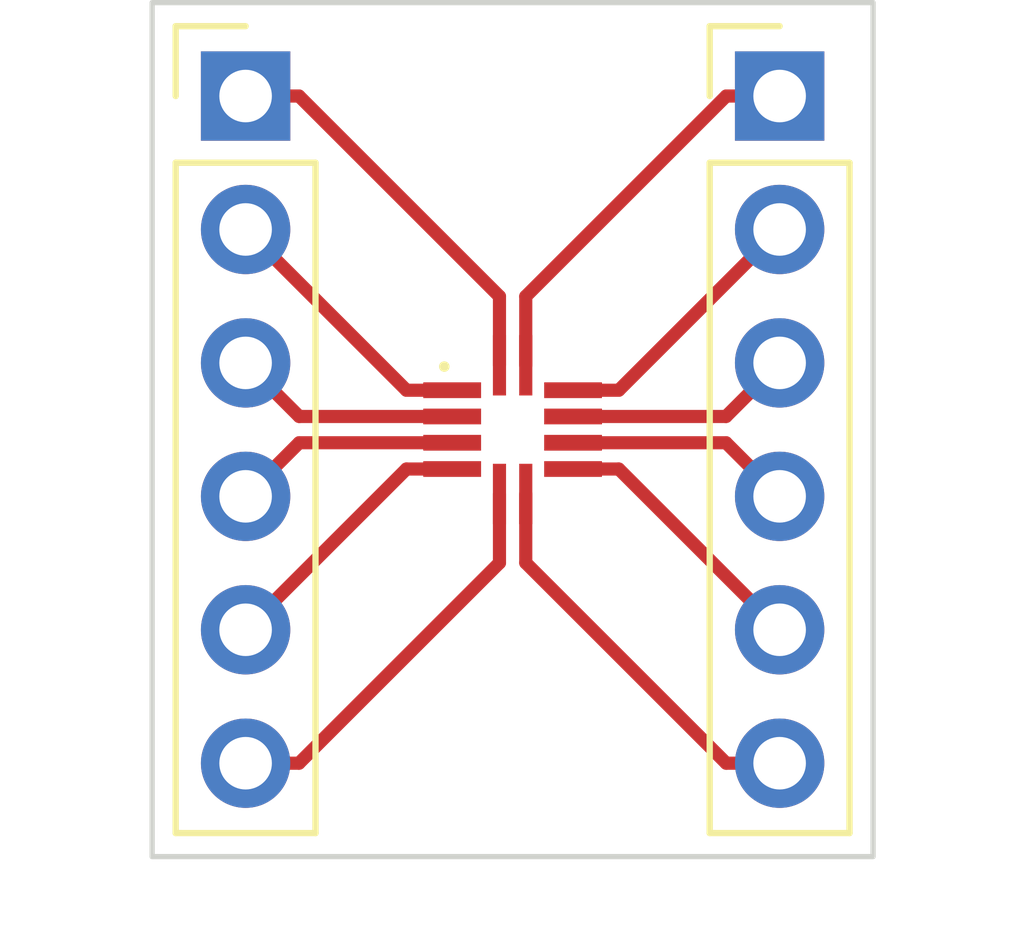
<source format=kicad_pcb>
(kicad_pcb (version 20211014) (generator pcbnew)
  (layers (0 "F.Cu" signal) (31 "B.Cu" signal) (34 "B.Paste" user) (35 "F.Paste" user) (36 "B.SilkS" user "B.Silkscreen") (37 "F.SilkS" user "F.Silkscreen") (38 "B.Mask" user) (39 "F.Mask" user) (44 "Edge.Cuts" user))
  (net 0 "")
  (net 1 "/SCX")
  (net 2 "/SDO")
  (net 3 "/SDX")
  (net 4 "/VDDIO")
  (net 5 "/ASDA")
  (net 6 "/INT1")
  (net 7 "/ASCL")
  (net 8 "/~{CS}")
  (net 9 "/GND")
  (net 10 "/GNDIO")
  (net 11 "/VDD")
  (net 12 "/INT2")
  (footprint "Connector_PinHeader_2.54mm:PinHeader_1x06_P2.54mm_Vertical" (layer "F.Cu") (at 157.48 95.25)
    (fp_text reference "J2" hide)
    (fp_text value "Conn_01x06")
    (fp_line (start -1.33 1.27) (end 1.33 1.27) (layer "F.SilkS") (width 0.12))
    (fp_line (start -1.33 -1.33) (end 0 -1.33) (layer "F.SilkS") (width 0.12))
    (fp_line (start -1.33 1.27) (end -1.33 14.03) (layer "F.SilkS") (width 0.12))
    (fp_line (start -1.33 14.03) (end 1.33 14.03) (layer "F.SilkS") (width 0.12))
    (fp_line (start 1.33 1.27) (end 1.33 14.03) (layer "F.SilkS") (width 0.12))
    (fp_line (start -1.33 0) (end -1.33 -1.33) (layer "F.SilkS") (width 0.12))
    (pad "1" thru_hole rect (at 0 0) (size 1.7 1.7) (drill 1) (layers *.Cu *.Mask) (net 7 "/ASCL"))
    (pad "2" thru_hole oval (at 0 2.54) (size 1.7 1.7) (drill 1) (layers *.Cu *.Mask) (net 8 "/~{CS}"))
    (pad "3" thru_hole oval (at 0 5.08) (size 1.7 1.7) (drill 1) (layers *.Cu *.Mask) (net 9 "/GND"))
    (pad "4" thru_hole oval (at 0 7.62) (size 1.7 1.7) (drill 1) (layers *.Cu *.Mask) (net 10 "/GNDIO"))
    (pad "5" thru_hole oval (at 0 10.16) (size 1.7 1.7) (drill 1) (layers *.Cu *.Mask) (net 11 "/VDD"))
    (pad "6" thru_hole oval (at 0 12.7) (size 1.7 1.7) (drill 1) (layers *.Cu *.Mask) (net 12 "/INT2"))
  )
  (footprint "watch:XDCR_BMA456" (layer "F.Cu") (at 152.4 101.6)
    (fp_text reference "U1" hide)
    (fp_text value "BMA456")
    (fp_circle (center -1.3 -1.2) (end -1.25 -1.2) (layer "F.SilkS") (width 0.1) (fill none))
    (pad "1" smd rect (at -1.15 -0.75) (size 1.1 0.3) (layers "F.Cu" "F.Paste") (net 2 "/SDO"))
    (pad "2" smd rect (at -1.15 -0.25) (size 1.1 0.3) (layers "F.Cu" "F.Paste") (net 3 "/SDX"))
    (pad "3" smd rect (at -1.15 0.25) (size 1.1 0.3) (layers "F.Cu" "F.Paste") (net 4 "/VDDIO"))
    (pad "4" smd rect (at -1.15 0.75) (size 1.1 0.3) (layers "F.Cu" "F.Paste") (net 5 "/ASDA"))
    (pad "5" smd rect (at -0.25 1.225 270) (size 1.15 0.25) (layers "F.Cu" "F.Paste") (net 6 "/INT1"))
    (pad "6" smd rect (at 0.25 1.225 270) (size 1.15 0.25) (layers "F.Cu" "F.Paste") (net 12 "/INT2"))
    (pad "7" smd rect (at 1.15 0.75 180) (size 1.1 0.3) (layers "F.Cu" "F.Paste") (net 11 "/VDD"))
    (pad "8" smd rect (at 1.15 0.25 180) (size 1.1 0.3) (layers "F.Cu" "F.Paste") (net 10 "/GNDIO"))
    (pad "9" smd rect (at 1.15 -0.25 180) (size 1.1 0.3) (layers "F.Cu" "F.Paste") (net 9 "/GND"))
    (pad "10" smd rect (at 1.15 -0.75 180) (size 1.1 0.3) (layers "F.Cu" "F.Paste") (net 8 "/~{CS}"))
    (pad "11" smd rect (at 0.25 -1.225 90) (size 1.15 0.25) (layers "F.Cu" "F.Paste") (net 7 "/ASCL"))
    (pad "12" smd rect (at -0.25 -1.225 90) (size 1.15 0.25) (layers "F.Cu" "F.Paste") (net 1 "/SCX"))
  )
  (footprint "Connector_PinHeader_2.54mm:PinHeader_1x06_P2.54mm_Vertical" (layer "F.Cu") (at 147.32 95.25)
    (fp_text reference "J1" hide)
    (fp_text value "Conn_01x06")
    (fp_line (start -1.33 1.27) (end 1.33 1.27) (layer "F.SilkS") (width 0.12))
    (fp_line (start 1.33 1.27) (end 1.33 14.03) (layer "F.SilkS") (width 0.12))
    (fp_line (start -1.33 -1.33) (end 0 -1.33) (layer "F.SilkS") (width 0.12))
    (fp_line (start -1.33 0) (end -1.33 -1.33) (layer "F.SilkS") (width 0.12))
    (fp_line (start -1.33 1.27) (end -1.33 14.03) (layer "F.SilkS") (width 0.12))
    (fp_line (start -1.33 14.03) (end 1.33 14.03) (layer "F.SilkS") (width 0.12))
    (pad "1" thru_hole rect (at 0 0) (size 1.7 1.7) (drill 1) (layers *.Cu *.Mask) (net 1 "/SCX"))
    (pad "2" thru_hole oval (at 0 2.54) (size 1.7 1.7) (drill 1) (layers *.Cu *.Mask) (net 2 "/SDO"))
    (pad "3" thru_hole oval (at 0 5.08) (size 1.7 1.7) (drill 1) (layers *.Cu *.Mask) (net 3 "/SDX"))
    (pad "4" thru_hole oval (at 0 7.62) (size 1.7 1.7) (drill 1) (layers *.Cu *.Mask) (net 4 "/VDDIO"))
    (pad "5" thru_hole oval (at 0 10.16) (size 1.7 1.7) (drill 1) (layers *.Cu *.Mask) (net 5 "/ASDA"))
    (pad "6" thru_hole oval (at 0 12.7) (size 1.7 1.7) (drill 1) (layers *.Cu *.Mask) (net 6 "/INT1"))
  )
  (gr_rect (start 145.542 93.472) (end 159.258 109.728) (layer "Edge.Cuts") (width 0.1) (fill none))
  (segment (start 152.15 99.064) (end 148.336 95.25) (width 0.25) (layer "F.Cu") (net 1))
  (segment (start 148.336 95.25) (end 147.32 95.25) (width 0.25) (layer "F.Cu") (net 1))
  (segment (start 152.15 100.375) (end 152.15 99.064) (width 0.25) (layer "F.Cu") (net 1))
  (segment (start 151.25 100.85) (end 150.38 100.85) (width 0.25) (layer "F.Cu") (net 2))
  (segment (start 150.38 100.85) (end 147.32 97.79) (width 0.25) (layer "F.Cu") (net 2))
  (segment (start 148.34 101.35) (end 147.32 100.33) (width 0.25) (layer "F.Cu") (net 3))
  (segment (start 151.25 101.35) (end 148.34 101.35) (width 0.25) (layer "F.Cu") (net 3))
  (segment (start 148.34 101.85) (end 147.32 102.87) (width 0.25) (layer "F.Cu") (net 4))
  (segment (start 151.25 101.85) (end 148.34 101.85) (width 0.25) (layer "F.Cu") (net 4))
  (segment (start 151.25 102.35) (end 150.38 102.35) (width 0.25) (layer "F.Cu") (net 5))
  (segment (start 150.38 102.35) (end 147.32 105.41) (width 0.25) (layer "F.Cu") (net 5))
  (segment (start 152.15 104.136) (end 148.336 107.95) (width 0.25) (layer "F.Cu") (net 6))
  (segment (start 152.15 102.825) (end 152.15 104.136) (width 0.25) (layer "F.Cu") (net 6))
  (segment (start 148.336 107.95) (end 147.32 107.95) (width 0.25) (layer "F.Cu") (net 6))
  (segment (start 156.464 95.25) (end 157.48 95.25) (width 0.25) (layer "F.Cu") (net 7))
  (segment (start 152.65 100.375) (end 152.65 99.064) (width 0.25) (layer "F.Cu") (net 7))
  (segment (start 152.65 99.064) (end 156.464 95.25) (width 0.25) (layer "F.Cu") (net 7))
  (segment (start 153.55 100.85) (end 154.42 100.85) (width 0.25) (layer "F.Cu") (net 8))
  (segment (start 154.42 100.85) (end 157.48 97.79) (width 0.25) (layer "F.Cu") (net 8))
  (segment (start 156.46 101.35) (end 157.48 100.33) (width 0.25) (layer "F.Cu") (net 9))
  (segment (start 153.55 101.35) (end 156.46 101.35) (width 0.25) (layer "F.Cu") (net 9))
  (segment (start 153.55 101.85) (end 156.46 101.85) (width 0.25) (layer "F.Cu") (net 10))
  (segment (start 156.46 101.85) (end 157.48 102.87) (width 0.25) (layer "F.Cu") (net 10))
  (segment (start 154.42 102.35) (end 157.48 105.41) (width 0.25) (layer "F.Cu") (net 11))
  (segment (start 153.55 102.35) (end 154.42 102.35) (width 0.25) (layer "F.Cu") (net 11))
  (segment (start 152.65 102.825) (end 152.65 104.136) (width 0.25) (layer "F.Cu") (net 12))
  (segment (start 152.65 104.136) (end 156.464 107.95) (width 0.25) (layer "F.Cu") (net 12))
  (segment (start 156.464 107.95) (end 157.48 107.95) (width 0.25) (layer "F.Cu") (net 12))
)
</source>
